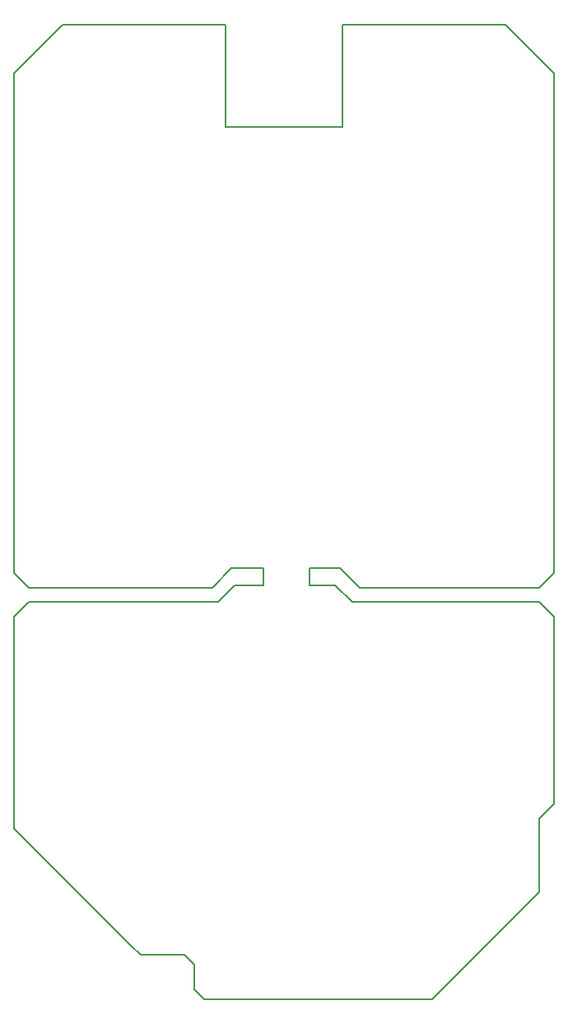
<source format=gm1>
G04 #@! TF.GenerationSoftware,KiCad,Pcbnew,7.0.5.1-1-g8f565ef7f0-dirty-deb11*
G04 #@! TF.CreationDate,2023-08-10T10:44:04+00:00*
G04 #@! TF.ProjectId,rebote-smd,7265626f-7465-42d7-936d-642e6b696361,1.0*
G04 #@! TF.SameCoordinates,Original*
G04 #@! TF.FileFunction,Profile,NP*
%FSLAX46Y46*%
G04 Gerber Fmt 4.6, Leading zero omitted, Abs format (unit mm)*
G04 Created by KiCad (PCBNEW 7.0.5.1-1-g8f565ef7f0-dirty-deb11) date 2023-08-10 10:44:04*
%MOMM*%
%LPD*%
G01*
G04 APERTURE LIST*
G04 #@! TA.AperFunction,Profile*
%ADD10C,0.150000*%
G04 #@! TD*
G04 APERTURE END LIST*
D10*
X137700000Y-109500000D02*
X140600000Y-109500000D01*
X128000000Y-147500000D02*
X127000000Y-146500000D01*
X115000000Y-134500000D02*
X115000000Y-121000000D01*
X135350000Y-109750000D02*
X116500000Y-109750000D01*
X145400000Y-109500000D02*
X148000000Y-109500000D01*
X148750000Y-62500000D02*
X148750000Y-52000000D01*
X127000000Y-146500000D02*
X115000000Y-134500000D01*
X115000000Y-57000000D02*
X115000000Y-108250000D01*
X169000000Y-141000000D02*
X158000000Y-152000000D01*
X133500000Y-151000000D02*
X133500000Y-148500000D01*
X149750000Y-111250000D02*
X164750000Y-111250000D01*
X148500000Y-107750000D02*
X150500000Y-109750000D01*
X165500000Y-52000000D02*
X170500000Y-57000000D01*
X169000000Y-109750000D02*
X170500000Y-108250000D01*
X169000000Y-133500000D02*
X170500000Y-132000000D01*
X116500000Y-109750000D02*
X115000000Y-108250000D01*
X140600000Y-107750000D02*
X140600000Y-109500000D01*
X137350000Y-107750000D02*
X135350000Y-109750000D01*
X115000000Y-57000000D02*
X120000000Y-52000000D01*
X170500000Y-85000000D02*
X170500000Y-57000000D01*
X136750000Y-62500000D02*
X148750000Y-62500000D01*
X136750000Y-52000000D02*
X120000000Y-52000000D01*
X170500000Y-112750000D02*
X169000000Y-111250000D01*
X135950000Y-111250000D02*
X117000000Y-111250000D01*
X134500000Y-152000000D02*
X158000000Y-152000000D01*
X116500000Y-109750000D02*
X116500000Y-109750000D01*
X137700000Y-109500000D02*
X135950000Y-111250000D01*
X169000000Y-133500000D02*
X169000000Y-141000000D01*
X170500000Y-108250000D02*
X170500000Y-85000000D01*
X136750000Y-52000000D02*
X136750000Y-62500000D01*
X134500000Y-152000000D02*
X133500000Y-151000000D01*
X133500000Y-148500000D02*
X132500000Y-147500000D01*
X145400000Y-107750000D02*
X148500000Y-107750000D01*
X115000000Y-112750000D02*
X115000000Y-121000000D01*
X148750000Y-52000000D02*
X165500000Y-52000000D01*
X132500000Y-147500000D02*
X128500000Y-147500000D01*
X145400000Y-107750000D02*
X145400000Y-109500000D01*
X169000000Y-111250000D02*
X164750000Y-111250000D01*
X116500000Y-111250000D02*
X115000000Y-112750000D01*
X148000000Y-109500000D02*
X149750000Y-111250000D01*
X170500000Y-132000000D02*
X170500000Y-112750000D01*
X128500000Y-147500000D02*
X128000000Y-147500000D01*
X137350000Y-107750000D02*
X140600000Y-107750000D01*
X150500000Y-109750000D02*
X169000000Y-109750000D01*
X117000000Y-111250000D02*
X116500000Y-111250000D01*
M02*

</source>
